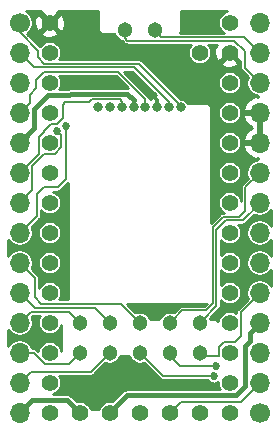
<source format=gtl>
G04 #@! TF.GenerationSoftware,KiCad,Pcbnew,(5.1.10)-1*
G04 #@! TF.CreationDate,2022-03-14T22:22:12+09:00*
G04 #@! TF.ProjectId,teensy4_header_breakout,7465656e-7379-4345-9f68-65616465725f,rev?*
G04 #@! TF.SameCoordinates,Original*
G04 #@! TF.FileFunction,Copper,L1,Top*
G04 #@! TF.FilePolarity,Positive*
%FSLAX46Y46*%
G04 Gerber Fmt 4.6, Leading zero omitted, Abs format (unit mm)*
G04 Created by KiCad (PCBNEW (5.1.10)-1) date 2022-03-14 22:22:12*
%MOMM*%
%LPD*%
G01*
G04 APERTURE LIST*
G04 #@! TA.AperFunction,ComponentPad*
%ADD10C,1.404000*%
G04 #@! TD*
G04 #@! TA.AperFunction,ComponentPad*
%ADD11C,1.304000*%
G04 #@! TD*
G04 #@! TA.AperFunction,ComponentPad*
%ADD12C,0.804000*%
G04 #@! TD*
G04 #@! TA.AperFunction,ComponentPad*
%ADD13O,1.700000X1.700000*%
G04 #@! TD*
G04 #@! TA.AperFunction,ComponentPad*
%ADD14C,1.700000*%
G04 #@! TD*
G04 #@! TA.AperFunction,ViaPad*
%ADD15C,0.685800*%
G04 #@! TD*
G04 #@! TA.AperFunction,Conductor*
%ADD16C,0.152400*%
G04 #@! TD*
G04 #@! TA.AperFunction,Conductor*
%ADD17C,0.457200*%
G04 #@! TD*
G04 #@! TA.AperFunction,Conductor*
%ADD18C,0.304800*%
G04 #@! TD*
G04 #@! TA.AperFunction,Conductor*
%ADD19C,0.254000*%
G04 #@! TD*
G04 #@! TA.AperFunction,Conductor*
%ADD20C,0.100000*%
G04 #@! TD*
G04 APERTURE END LIST*
D10*
X152400000Y-111760000D03*
X167640000Y-81280000D03*
X165100000Y-83820000D03*
X167640000Y-83820000D03*
X167640000Y-86360000D03*
X167640000Y-88900000D03*
X167640000Y-91440000D03*
X167640000Y-93980000D03*
X167640000Y-96520000D03*
X167640000Y-99060000D03*
X167640000Y-101600000D03*
X167640000Y-104140000D03*
X167640000Y-106680000D03*
X167640000Y-109220000D03*
X167640000Y-111760000D03*
X167640000Y-114300000D03*
X165100000Y-114300000D03*
X162560000Y-114300000D03*
X160020000Y-114300000D03*
X157480000Y-114300000D03*
X154940000Y-114300000D03*
X152400000Y-114300000D03*
X152400000Y-109220000D03*
X152400000Y-106680000D03*
X152400000Y-104140000D03*
X152400000Y-101600000D03*
X152400000Y-99060000D03*
X152400000Y-96520000D03*
X152400000Y-93980000D03*
X152400000Y-91440000D03*
X152400000Y-88900000D03*
X152400000Y-86360000D03*
D11*
X158750000Y-81915000D03*
X161290000Y-81915000D03*
D12*
X156520000Y-88418400D03*
X157520000Y-88418400D03*
X158520000Y-88418400D03*
X159520000Y-88418400D03*
X160520000Y-88418400D03*
X161520000Y-88418400D03*
X162520000Y-88418400D03*
X163520000Y-88418400D03*
D11*
X154940000Y-106680000D03*
X154940000Y-109220000D03*
X157480000Y-106680000D03*
X157480000Y-109220000D03*
X160020000Y-106680000D03*
X160020000Y-109220000D03*
X162560000Y-106680000D03*
X162560000Y-109220000D03*
X165100000Y-106680000D03*
X165100000Y-109220000D03*
D10*
X152400000Y-83820000D03*
X152400000Y-81280000D03*
D13*
X170180000Y-81280000D03*
X170180000Y-83820000D03*
X170180000Y-86360000D03*
X170180000Y-88900000D03*
X170180000Y-91440000D03*
X170180000Y-93980000D03*
X170180000Y-96520000D03*
X170180000Y-99060000D03*
X170180000Y-101600000D03*
X170180000Y-104140000D03*
X170180000Y-106680000D03*
X170180000Y-109220000D03*
X170180000Y-111760000D03*
D14*
X170180000Y-114300000D03*
D13*
X149860000Y-114300000D03*
X149860000Y-111760000D03*
X149860000Y-109220000D03*
X149860000Y-106680000D03*
X149860000Y-104140000D03*
X149860000Y-101600000D03*
X149860000Y-99060000D03*
X149860000Y-96520000D03*
X149860000Y-93980000D03*
X149860000Y-91440000D03*
X149860000Y-88900000D03*
X149860000Y-86360000D03*
X149860000Y-83820000D03*
D14*
X149860000Y-81280000D03*
D15*
X153047383Y-90432813D03*
X153784690Y-90025336D03*
X166316146Y-111220054D03*
X166522400Y-110388400D03*
X153416000Y-102870000D03*
X153416000Y-97917000D03*
X154559000Y-112141000D03*
X162560000Y-112014000D03*
X165100000Y-112014000D03*
X153035000Y-107823000D03*
X150876000Y-107823000D03*
X154051000Y-86233000D03*
X155956000Y-86233000D03*
X157734000Y-86233000D03*
X159385000Y-85725000D03*
X160528000Y-86868000D03*
X164211000Y-81026000D03*
X157480000Y-112141000D03*
X166497000Y-90170000D03*
X166497000Y-92710000D03*
X166497000Y-95250000D03*
X153543000Y-100330000D03*
X154940000Y-81534000D03*
X155067000Y-83439000D03*
X157226000Y-83312000D03*
X159893000Y-83693000D03*
X162560000Y-83820000D03*
X165735000Y-86360000D03*
X163449000Y-85725000D03*
X165862000Y-81153000D03*
X161290000Y-105664000D03*
X160020000Y-112014000D03*
X158750000Y-110617000D03*
X167208200Y-102870000D03*
X167233600Y-100380800D03*
X167208200Y-105435400D03*
D16*
X154009399Y-113369399D02*
X154686390Y-114046390D01*
X150790601Y-113369399D02*
X154009399Y-113369399D01*
X149860000Y-114300000D02*
X150790601Y-113369399D01*
D17*
X153856999Y-113216999D02*
X154533990Y-113893990D01*
X150943001Y-113216999D02*
X153856999Y-113216999D01*
X149860000Y-114300000D02*
X150943001Y-113216999D01*
D16*
X154009399Y-110150601D02*
X154686390Y-109473610D01*
X151992682Y-110150601D02*
X154009399Y-110150601D01*
X151062081Y-109220000D02*
X151992682Y-110150601D01*
X149860000Y-109220000D02*
X151062081Y-109220000D01*
X150790601Y-110829399D02*
X155870601Y-110829399D01*
X155870601Y-110829399D02*
X157226390Y-109473610D01*
X149860000Y-111760000D02*
X150790601Y-110829399D01*
X154009399Y-105749399D02*
X154686390Y-106426390D01*
X150790601Y-105749399D02*
X154009399Y-105749399D01*
X149860000Y-106680000D02*
X150790601Y-105749399D01*
X151164588Y-105444588D02*
X156244588Y-105444588D01*
X149860000Y-104140000D02*
X151164588Y-105444588D01*
X156244588Y-105444588D02*
X157226390Y-106426390D01*
X158410601Y-105070601D02*
X159766390Y-106426390D01*
X151155400Y-104546400D02*
X151679601Y-105070601D01*
X151679601Y-105070601D02*
X158410601Y-105070601D01*
X151155400Y-102895400D02*
X151155400Y-104546400D01*
X149860000Y-101600000D02*
X151155400Y-102895400D01*
X163398590Y-88138390D02*
X163520000Y-88138390D01*
X151422100Y-83654900D02*
X151422100Y-84219390D01*
X160010801Y-84750601D02*
X163398590Y-88138390D01*
X151953311Y-84750601D02*
X160010801Y-84750601D01*
X151422100Y-84219390D02*
X151953311Y-84750601D01*
X149860000Y-82092800D02*
X151422100Y-83654900D01*
X149860000Y-81280000D02*
X149860000Y-82092800D01*
X159562800Y-85064600D02*
X162520000Y-88021800D01*
X162520000Y-88021800D02*
X162520000Y-88138390D01*
X151104600Y-85064600D02*
X159562800Y-85064600D01*
X149860000Y-83820000D02*
X151104600Y-85064600D01*
X158174999Y-85429399D02*
X160520000Y-87774400D01*
X150709999Y-87378010D02*
X151282400Y-86805609D01*
X151282400Y-86100310D02*
X151953311Y-85429399D01*
X160520000Y-87774400D02*
X160520000Y-88138390D01*
X151953311Y-85429399D02*
X158174999Y-85429399D01*
X151282400Y-86805609D02*
X151282400Y-86100310D01*
X150709999Y-88050001D02*
X150709999Y-87378010D01*
X149860000Y-88900000D02*
X150709999Y-88050001D01*
D17*
X158998611Y-87330589D02*
X159520000Y-87851978D01*
X154198011Y-87330589D02*
X158998611Y-87330589D01*
X149860000Y-91440000D02*
X151091001Y-90208999D01*
X151091001Y-88606157D02*
X152254157Y-87443001D01*
X154085599Y-87443001D02*
X154198011Y-87330589D01*
X152254157Y-87443001D02*
X154085599Y-87443001D01*
X151091001Y-90208999D02*
X151091001Y-88606157D01*
D18*
X159520000Y-87851978D02*
X159520000Y-88087590D01*
D16*
X153785417Y-87960209D02*
X153810817Y-87985609D01*
X158349000Y-87787800D02*
X158520000Y-87958800D01*
X155764383Y-87985609D02*
X155962192Y-87787800D01*
X153810817Y-87985609D02*
X155764383Y-87985609D01*
X155962192Y-87787800D02*
X158349000Y-87787800D01*
X158520000Y-87958800D02*
X158520000Y-88138390D01*
X151469399Y-90993311D02*
X151953311Y-90509399D01*
X153517600Y-88214200D02*
X153746191Y-87985609D01*
X153013488Y-89861312D02*
X153517600Y-89357200D01*
X152773062Y-89861312D02*
X153013488Y-89861312D01*
X152552400Y-89865200D02*
X152769174Y-89865200D01*
X153517600Y-89357200D02*
X153517600Y-88214200D01*
X152769174Y-89865200D02*
X152773062Y-89861312D01*
X151953311Y-90509399D02*
X151953311Y-90464289D01*
X151469399Y-92370601D02*
X151469399Y-90993311D01*
X151953311Y-90464289D02*
X152552400Y-89865200D01*
X153746191Y-87985609D02*
X153810817Y-87985609D01*
X149860000Y-93980000D02*
X151469399Y-92370601D01*
X151953311Y-92370601D02*
X152846689Y-92370601D01*
X152846689Y-92370601D02*
X153390282Y-91827008D01*
X150938601Y-93385311D02*
X151953311Y-92370601D01*
X150938601Y-95441399D02*
X150938601Y-93385311D01*
X153390282Y-91827008D02*
X153390282Y-90775712D01*
X149860000Y-96520000D02*
X150938601Y-95441399D01*
X153390282Y-90775712D02*
X153047383Y-90432813D01*
X153784690Y-90510269D02*
X153784690Y-90025336D01*
X153784690Y-94551110D02*
X153784690Y-90510269D01*
X151892000Y-95224600D02*
X153111200Y-95224600D01*
X149860000Y-99060000D02*
X151307800Y-97612200D01*
X151307800Y-97612200D02*
X151307800Y-95808800D01*
X151307800Y-95808800D02*
X151892000Y-95224600D01*
X153111200Y-95224600D02*
X153784690Y-94551110D01*
X170180000Y-83820000D02*
X168850790Y-82490790D01*
X168850790Y-82490790D02*
X161865790Y-82490790D01*
X161865790Y-82490790D02*
X161543610Y-82168610D01*
X158750000Y-82550000D02*
X158750000Y-82168610D01*
X168910000Y-83712710D02*
X167992891Y-82795601D01*
X167992891Y-82795601D02*
X158995601Y-82795601D01*
X170180000Y-86360000D02*
X168910000Y-85090000D01*
X168910000Y-85090000D02*
X168910000Y-83712710D01*
X158995601Y-82795601D02*
X158750000Y-82550000D01*
X166522400Y-98800310D02*
X166522400Y-105257600D01*
X167304110Y-98018600D02*
X166522400Y-98800310D01*
X166522400Y-105257600D02*
X165353610Y-106426390D01*
X168757600Y-98018600D02*
X167304110Y-98018600D01*
X170180000Y-96596200D02*
X168757600Y-98018600D01*
X170180000Y-96520000D02*
X170180000Y-96596200D01*
X166217600Y-105054400D02*
X165633400Y-105638600D01*
X163601400Y-105638600D02*
X162813610Y-106426390D01*
X166217600Y-98552000D02*
X166217600Y-105054400D01*
X167055800Y-97713800D02*
X166217600Y-98552000D01*
X168960800Y-97231200D02*
X168478200Y-97713800D01*
X165633400Y-105638600D02*
X163601400Y-105638600D01*
X168960800Y-95199200D02*
X168960800Y-97231200D01*
X168478200Y-97713800D02*
X167055800Y-97713800D01*
X170180000Y-93980000D02*
X168960800Y-95199200D01*
X165831213Y-111220054D02*
X166316146Y-111220054D01*
X162020054Y-111220054D02*
X165831213Y-111220054D01*
X160273610Y-109473610D02*
X162020054Y-111220054D01*
X166037467Y-110388400D02*
X166522400Y-110388400D01*
X163474790Y-110388400D02*
X166037467Y-110388400D01*
X162560000Y-109473610D02*
X163474790Y-110388400D01*
X168570601Y-107805487D02*
X168086689Y-108289399D01*
X170180000Y-104140000D02*
X168570601Y-105749399D01*
X168570601Y-105749399D02*
X168570601Y-107805487D01*
X167193311Y-108289399D02*
X166709399Y-108773311D01*
X166707592Y-109473610D02*
X165353610Y-109473610D01*
X168086689Y-108289399D02*
X167193311Y-108289399D01*
X166709399Y-109471803D02*
X166707592Y-109473610D01*
X166709399Y-108773311D02*
X166709399Y-109471803D01*
X163490601Y-113369399D02*
X162813610Y-114046390D01*
X168570601Y-113369399D02*
X163490601Y-113369399D01*
X170180000Y-111760000D02*
X168570601Y-113369399D01*
D17*
X168159841Y-112843001D02*
X158936999Y-112843001D01*
X168948999Y-112053843D02*
X168159841Y-112843001D01*
X168948999Y-108629119D02*
X168948999Y-112053843D01*
X170180000Y-106680000D02*
X169330001Y-107529999D01*
X169330001Y-108248117D02*
X168948999Y-108629119D01*
X169330001Y-107529999D02*
X169330001Y-108248117D01*
X158936999Y-112843001D02*
X157886010Y-113893990D01*
D18*
X149860000Y-86360000D02*
X149910800Y-86360000D01*
X160528000Y-86868000D02*
X161518600Y-87858600D01*
X161518600Y-87858600D02*
X161518600Y-88087590D01*
D19*
X159194604Y-109661184D02*
X159296534Y-109813733D01*
X159426267Y-109943466D01*
X159578816Y-110045396D01*
X159748321Y-110115607D01*
X159928265Y-110151400D01*
X160111735Y-110151400D01*
X160291679Y-110115607D01*
X160377264Y-110080157D01*
X161756260Y-111459154D01*
X161767391Y-111472717D01*
X161821538Y-111517155D01*
X161883314Y-111550175D01*
X161950344Y-111570508D01*
X162002591Y-111575654D01*
X162002599Y-111575654D01*
X162020054Y-111577373D01*
X162037509Y-111575654D01*
X165805316Y-111575654D01*
X165832774Y-111616747D01*
X165919453Y-111703426D01*
X166021376Y-111771529D01*
X166134628Y-111818439D01*
X166254855Y-111842354D01*
X166377437Y-111842354D01*
X166497664Y-111818439D01*
X166610916Y-111771529D01*
X166658600Y-111739667D01*
X166658600Y-111856660D01*
X166696314Y-112046264D01*
X166770294Y-112224867D01*
X166843884Y-112335001D01*
X158961943Y-112335001D01*
X158936999Y-112332544D01*
X158912055Y-112335001D01*
X158912052Y-112335001D01*
X158837414Y-112342352D01*
X158741656Y-112371400D01*
X158715079Y-112385606D01*
X158653403Y-112418572D01*
X158625287Y-112441647D01*
X158576051Y-112482053D01*
X158560144Y-112501436D01*
X157715386Y-113346194D01*
X157576660Y-113318600D01*
X157383340Y-113318600D01*
X157193736Y-113356314D01*
X157015133Y-113430294D01*
X156854394Y-113537697D01*
X156717697Y-113674394D01*
X156610294Y-113835133D01*
X156543826Y-113995600D01*
X155876174Y-113995600D01*
X155809706Y-113835133D01*
X155702303Y-113674394D01*
X155565606Y-113537697D01*
X155404867Y-113430294D01*
X155226264Y-113356314D01*
X155036660Y-113318600D01*
X154843340Y-113318600D01*
X154704614Y-113346194D01*
X154233854Y-112875434D01*
X154217947Y-112856051D01*
X154140594Y-112792570D01*
X154052342Y-112745398D01*
X153956584Y-112716350D01*
X153881946Y-112708999D01*
X153881943Y-112708999D01*
X153856999Y-112706542D01*
X153832055Y-112708999D01*
X152659553Y-112708999D01*
X152686264Y-112703686D01*
X152864867Y-112629706D01*
X153025606Y-112522303D01*
X153162303Y-112385606D01*
X153269706Y-112224867D01*
X153343686Y-112046264D01*
X153381400Y-111856660D01*
X153381400Y-111663340D01*
X153343686Y-111473736D01*
X153269706Y-111295133D01*
X153196116Y-111184999D01*
X155853146Y-111184999D01*
X155870601Y-111186718D01*
X155888056Y-111184999D01*
X155888064Y-111184999D01*
X155940311Y-111179853D01*
X156007341Y-111159520D01*
X156069117Y-111126500D01*
X156123264Y-111082062D01*
X156134400Y-111068493D01*
X157122737Y-110080157D01*
X157208321Y-110115607D01*
X157388265Y-110151400D01*
X157571735Y-110151400D01*
X157751679Y-110115607D01*
X157921184Y-110045396D01*
X158073733Y-109943466D01*
X158203466Y-109813733D01*
X158305396Y-109661184D01*
X158362054Y-109524400D01*
X159137946Y-109524400D01*
X159194604Y-109661184D01*
G04 #@! TA.AperFunction,Conductor*
D20*
G36*
X159194604Y-109661184D02*
G01*
X159296534Y-109813733D01*
X159426267Y-109943466D01*
X159578816Y-110045396D01*
X159748321Y-110115607D01*
X159928265Y-110151400D01*
X160111735Y-110151400D01*
X160291679Y-110115607D01*
X160377264Y-110080157D01*
X161756260Y-111459154D01*
X161767391Y-111472717D01*
X161821538Y-111517155D01*
X161883314Y-111550175D01*
X161950344Y-111570508D01*
X162002591Y-111575654D01*
X162002599Y-111575654D01*
X162020054Y-111577373D01*
X162037509Y-111575654D01*
X165805316Y-111575654D01*
X165832774Y-111616747D01*
X165919453Y-111703426D01*
X166021376Y-111771529D01*
X166134628Y-111818439D01*
X166254855Y-111842354D01*
X166377437Y-111842354D01*
X166497664Y-111818439D01*
X166610916Y-111771529D01*
X166658600Y-111739667D01*
X166658600Y-111856660D01*
X166696314Y-112046264D01*
X166770294Y-112224867D01*
X166843884Y-112335001D01*
X158961943Y-112335001D01*
X158936999Y-112332544D01*
X158912055Y-112335001D01*
X158912052Y-112335001D01*
X158837414Y-112342352D01*
X158741656Y-112371400D01*
X158715079Y-112385606D01*
X158653403Y-112418572D01*
X158625287Y-112441647D01*
X158576051Y-112482053D01*
X158560144Y-112501436D01*
X157715386Y-113346194D01*
X157576660Y-113318600D01*
X157383340Y-113318600D01*
X157193736Y-113356314D01*
X157015133Y-113430294D01*
X156854394Y-113537697D01*
X156717697Y-113674394D01*
X156610294Y-113835133D01*
X156543826Y-113995600D01*
X155876174Y-113995600D01*
X155809706Y-113835133D01*
X155702303Y-113674394D01*
X155565606Y-113537697D01*
X155404867Y-113430294D01*
X155226264Y-113356314D01*
X155036660Y-113318600D01*
X154843340Y-113318600D01*
X154704614Y-113346194D01*
X154233854Y-112875434D01*
X154217947Y-112856051D01*
X154140594Y-112792570D01*
X154052342Y-112745398D01*
X153956584Y-112716350D01*
X153881946Y-112708999D01*
X153881943Y-112708999D01*
X153856999Y-112706542D01*
X153832055Y-112708999D01*
X152659553Y-112708999D01*
X152686264Y-112703686D01*
X152864867Y-112629706D01*
X153025606Y-112522303D01*
X153162303Y-112385606D01*
X153269706Y-112224867D01*
X153343686Y-112046264D01*
X153381400Y-111856660D01*
X153381400Y-111663340D01*
X153343686Y-111473736D01*
X153269706Y-111295133D01*
X153196116Y-111184999D01*
X155853146Y-111184999D01*
X155870601Y-111186718D01*
X155888056Y-111184999D01*
X155888064Y-111184999D01*
X155940311Y-111179853D01*
X156007341Y-111159520D01*
X156069117Y-111126500D01*
X156123264Y-111082062D01*
X156134400Y-111068493D01*
X157122737Y-110080157D01*
X157208321Y-110115607D01*
X157388265Y-110151400D01*
X157571735Y-110151400D01*
X157751679Y-110115607D01*
X157921184Y-110045396D01*
X158073733Y-109943466D01*
X158203466Y-109813733D01*
X158305396Y-109661184D01*
X158362054Y-109524400D01*
X159137946Y-109524400D01*
X159194604Y-109661184D01*
G37*
G04 #@! TD.AperFunction*
D19*
X170281600Y-109118400D02*
X170301600Y-109118400D01*
X170301600Y-109321600D01*
X170281600Y-109321600D01*
X170281600Y-109341600D01*
X170078400Y-109341600D01*
X170078400Y-109321600D01*
X170058400Y-109321600D01*
X170058400Y-109118400D01*
X170078400Y-109118400D01*
X170078400Y-109098400D01*
X170281600Y-109098400D01*
X170281600Y-109118400D01*
G04 #@! TA.AperFunction,Conductor*
D20*
G36*
X170281600Y-109118400D02*
G01*
X170301600Y-109118400D01*
X170301600Y-109321600D01*
X170281600Y-109321600D01*
X170281600Y-109341600D01*
X170078400Y-109341600D01*
X170078400Y-109321600D01*
X170058400Y-109321600D01*
X170058400Y-109118400D01*
X170078400Y-109118400D01*
X170078400Y-109098400D01*
X170281600Y-109098400D01*
X170281600Y-109118400D01*
G37*
G04 #@! TD.AperFunction*
D19*
X151530294Y-106215133D02*
X151456314Y-106393736D01*
X151418600Y-106583340D01*
X151418600Y-106776660D01*
X151456314Y-106966264D01*
X151530294Y-107144867D01*
X151637697Y-107305606D01*
X151774394Y-107442303D01*
X151935133Y-107549706D01*
X152113736Y-107623686D01*
X152303340Y-107661400D01*
X152496660Y-107661400D01*
X152686264Y-107623686D01*
X152864867Y-107549706D01*
X153025606Y-107442303D01*
X153162303Y-107305606D01*
X153269706Y-107144867D01*
X153343686Y-106966264D01*
X153365600Y-106856093D01*
X153365601Y-109043911D01*
X153343686Y-108933736D01*
X153269706Y-108755133D01*
X153162303Y-108594394D01*
X153025606Y-108457697D01*
X152864867Y-108350294D01*
X152686264Y-108276314D01*
X152496660Y-108238600D01*
X152303340Y-108238600D01*
X152113736Y-108276314D01*
X151935133Y-108350294D01*
X151774394Y-108457697D01*
X151637697Y-108594394D01*
X151530294Y-108755133D01*
X151456314Y-108933736D01*
X151426848Y-109081874D01*
X151325880Y-108980906D01*
X151314744Y-108967337D01*
X151260597Y-108922899D01*
X151198821Y-108889879D01*
X151131791Y-108869546D01*
X151079544Y-108864400D01*
X151079536Y-108864400D01*
X151062081Y-108862681D01*
X151044626Y-108864400D01*
X150935160Y-108864400D01*
X150860862Y-108685028D01*
X150737263Y-108500049D01*
X150579951Y-108342737D01*
X150394972Y-108219138D01*
X150189434Y-108134002D01*
X149971236Y-108090600D01*
X149748764Y-108090600D01*
X149530566Y-108134002D01*
X149325028Y-108219138D01*
X149140049Y-108342737D01*
X148982737Y-108500049D01*
X148894400Y-108632255D01*
X148894400Y-107267745D01*
X148982737Y-107399951D01*
X149140049Y-107557263D01*
X149325028Y-107680862D01*
X149530566Y-107765998D01*
X149748764Y-107809400D01*
X149971236Y-107809400D01*
X150189434Y-107765998D01*
X150394972Y-107680862D01*
X150579951Y-107557263D01*
X150737263Y-107399951D01*
X150860862Y-107214972D01*
X150945998Y-107009434D01*
X150989400Y-106791236D01*
X150989400Y-106568764D01*
X150945998Y-106350566D01*
X150871700Y-106171194D01*
X150937895Y-106104999D01*
X151603884Y-106104999D01*
X151530294Y-106215133D01*
G04 #@! TA.AperFunction,Conductor*
D20*
G36*
X151530294Y-106215133D02*
G01*
X151456314Y-106393736D01*
X151418600Y-106583340D01*
X151418600Y-106776660D01*
X151456314Y-106966264D01*
X151530294Y-107144867D01*
X151637697Y-107305606D01*
X151774394Y-107442303D01*
X151935133Y-107549706D01*
X152113736Y-107623686D01*
X152303340Y-107661400D01*
X152496660Y-107661400D01*
X152686264Y-107623686D01*
X152864867Y-107549706D01*
X153025606Y-107442303D01*
X153162303Y-107305606D01*
X153269706Y-107144867D01*
X153343686Y-106966264D01*
X153365600Y-106856093D01*
X153365601Y-109043911D01*
X153343686Y-108933736D01*
X153269706Y-108755133D01*
X153162303Y-108594394D01*
X153025606Y-108457697D01*
X152864867Y-108350294D01*
X152686264Y-108276314D01*
X152496660Y-108238600D01*
X152303340Y-108238600D01*
X152113736Y-108276314D01*
X151935133Y-108350294D01*
X151774394Y-108457697D01*
X151637697Y-108594394D01*
X151530294Y-108755133D01*
X151456314Y-108933736D01*
X151426848Y-109081874D01*
X151325880Y-108980906D01*
X151314744Y-108967337D01*
X151260597Y-108922899D01*
X151198821Y-108889879D01*
X151131791Y-108869546D01*
X151079544Y-108864400D01*
X151079536Y-108864400D01*
X151062081Y-108862681D01*
X151044626Y-108864400D01*
X150935160Y-108864400D01*
X150860862Y-108685028D01*
X150737263Y-108500049D01*
X150579951Y-108342737D01*
X150394972Y-108219138D01*
X150189434Y-108134002D01*
X149971236Y-108090600D01*
X149748764Y-108090600D01*
X149530566Y-108134002D01*
X149325028Y-108219138D01*
X149140049Y-108342737D01*
X148982737Y-108500049D01*
X148894400Y-108632255D01*
X148894400Y-107267745D01*
X148982737Y-107399951D01*
X149140049Y-107557263D01*
X149325028Y-107680862D01*
X149530566Y-107765998D01*
X149748764Y-107809400D01*
X149971236Y-107809400D01*
X150189434Y-107765998D01*
X150394972Y-107680862D01*
X150579951Y-107557263D01*
X150737263Y-107399951D01*
X150860862Y-107214972D01*
X150945998Y-107009434D01*
X150989400Y-106791236D01*
X150989400Y-106568764D01*
X150945998Y-106350566D01*
X150871700Y-106171194D01*
X150937895Y-106104999D01*
X151603884Y-106104999D01*
X151530294Y-106215133D01*
G37*
G04 #@! TD.AperFunction*
D19*
X171145601Y-98472255D02*
X171057263Y-98340049D01*
X170899951Y-98182737D01*
X170714972Y-98059138D01*
X170509434Y-97974002D01*
X170291236Y-97930600D01*
X170068764Y-97930600D01*
X169850566Y-97974002D01*
X169645028Y-98059138D01*
X169460049Y-98182737D01*
X169302737Y-98340049D01*
X169179138Y-98525028D01*
X169094002Y-98730566D01*
X169050600Y-98948764D01*
X169050600Y-99171236D01*
X169094002Y-99389434D01*
X169179138Y-99594972D01*
X169302737Y-99779951D01*
X169460049Y-99937263D01*
X169645028Y-100060862D01*
X169850566Y-100145998D01*
X170068764Y-100189400D01*
X170291236Y-100189400D01*
X170509434Y-100145998D01*
X170714972Y-100060862D01*
X170899951Y-99937263D01*
X171057263Y-99779951D01*
X171145601Y-99647744D01*
X171145601Y-101012256D01*
X171057263Y-100880049D01*
X170899951Y-100722737D01*
X170714972Y-100599138D01*
X170509434Y-100514002D01*
X170291236Y-100470600D01*
X170068764Y-100470600D01*
X169850566Y-100514002D01*
X169645028Y-100599138D01*
X169460049Y-100722737D01*
X169302737Y-100880049D01*
X169179138Y-101065028D01*
X169094002Y-101270566D01*
X169050600Y-101488764D01*
X169050600Y-101711236D01*
X169094002Y-101929434D01*
X169179138Y-102134972D01*
X169302737Y-102319951D01*
X169460049Y-102477263D01*
X169645028Y-102600862D01*
X169850566Y-102685998D01*
X170068764Y-102729400D01*
X170291236Y-102729400D01*
X170509434Y-102685998D01*
X170714972Y-102600862D01*
X170899951Y-102477263D01*
X171057263Y-102319951D01*
X171145601Y-102187744D01*
X171145601Y-103552256D01*
X171057263Y-103420049D01*
X170899951Y-103262737D01*
X170714972Y-103139138D01*
X170509434Y-103054002D01*
X170291236Y-103010600D01*
X170068764Y-103010600D01*
X169850566Y-103054002D01*
X169645028Y-103139138D01*
X169460049Y-103262737D01*
X169302737Y-103420049D01*
X169179138Y-103605028D01*
X169094002Y-103810566D01*
X169050600Y-104028764D01*
X169050600Y-104251236D01*
X169094002Y-104469434D01*
X169168300Y-104648806D01*
X168331503Y-105485604D01*
X168317938Y-105496737D01*
X168273500Y-105550884D01*
X168240480Y-105612660D01*
X168220147Y-105679690D01*
X168215001Y-105731937D01*
X168215001Y-105731944D01*
X168213282Y-105749399D01*
X168215001Y-105766855D01*
X168215001Y-105883884D01*
X168104867Y-105810294D01*
X167926264Y-105736314D01*
X167736660Y-105698600D01*
X167543340Y-105698600D01*
X167353736Y-105736314D01*
X167175133Y-105810294D01*
X167014394Y-105917697D01*
X166877697Y-106054394D01*
X166770294Y-106215133D01*
X166696314Y-106393736D01*
X166658669Y-106582992D01*
X166652589Y-106562948D01*
X166624323Y-106510067D01*
X166586284Y-106463716D01*
X166539933Y-106425677D01*
X166487052Y-106397411D01*
X166429673Y-106380005D01*
X166384946Y-106375600D01*
X166370000Y-106374128D01*
X166355054Y-106375600D01*
X165982054Y-106375600D01*
X165960157Y-106322736D01*
X166761500Y-105521394D01*
X166775063Y-105510263D01*
X166795301Y-105485604D01*
X166819501Y-105456116D01*
X166835491Y-105426201D01*
X166852521Y-105394340D01*
X166872854Y-105327310D01*
X166878000Y-105275063D01*
X166878000Y-105275055D01*
X166879719Y-105257600D01*
X166878000Y-105240145D01*
X166878000Y-104765909D01*
X167014394Y-104902303D01*
X167175133Y-105009706D01*
X167353736Y-105083686D01*
X167543340Y-105121400D01*
X167736660Y-105121400D01*
X167926264Y-105083686D01*
X168104867Y-105009706D01*
X168265606Y-104902303D01*
X168402303Y-104765606D01*
X168509706Y-104604867D01*
X168583686Y-104426264D01*
X168621400Y-104236660D01*
X168621400Y-104043340D01*
X168583686Y-103853736D01*
X168509706Y-103675133D01*
X168402303Y-103514394D01*
X168265606Y-103377697D01*
X168104867Y-103270294D01*
X167926264Y-103196314D01*
X167736660Y-103158600D01*
X167543340Y-103158600D01*
X167353736Y-103196314D01*
X167175133Y-103270294D01*
X167014394Y-103377697D01*
X166878000Y-103514091D01*
X166878000Y-102225909D01*
X167014394Y-102362303D01*
X167175133Y-102469706D01*
X167353736Y-102543686D01*
X167543340Y-102581400D01*
X167736660Y-102581400D01*
X167926264Y-102543686D01*
X168104867Y-102469706D01*
X168265606Y-102362303D01*
X168402303Y-102225606D01*
X168509706Y-102064867D01*
X168583686Y-101886264D01*
X168621400Y-101696660D01*
X168621400Y-101503340D01*
X168583686Y-101313736D01*
X168509706Y-101135133D01*
X168402303Y-100974394D01*
X168265606Y-100837697D01*
X168104867Y-100730294D01*
X167926264Y-100656314D01*
X167736660Y-100618600D01*
X167543340Y-100618600D01*
X167353736Y-100656314D01*
X167175133Y-100730294D01*
X167014394Y-100837697D01*
X166878000Y-100974091D01*
X166878000Y-99685909D01*
X167014394Y-99822303D01*
X167175133Y-99929706D01*
X167353736Y-100003686D01*
X167543340Y-100041400D01*
X167736660Y-100041400D01*
X167926264Y-100003686D01*
X168104867Y-99929706D01*
X168265606Y-99822303D01*
X168402303Y-99685606D01*
X168509706Y-99524867D01*
X168583686Y-99346264D01*
X168621400Y-99156660D01*
X168621400Y-98963340D01*
X168583686Y-98773736D01*
X168509706Y-98595133D01*
X168402303Y-98434394D01*
X168342109Y-98374200D01*
X168740145Y-98374200D01*
X168757600Y-98375919D01*
X168775055Y-98374200D01*
X168775063Y-98374200D01*
X168827310Y-98369054D01*
X168894340Y-98348721D01*
X168956116Y-98315701D01*
X169010263Y-98271263D01*
X169021399Y-98257694D01*
X169725075Y-97554019D01*
X169850566Y-97605998D01*
X170068764Y-97649400D01*
X170291236Y-97649400D01*
X170509434Y-97605998D01*
X170714972Y-97520862D01*
X170899951Y-97397263D01*
X171057263Y-97239951D01*
X171145600Y-97107745D01*
X171145601Y-98472255D01*
G04 #@! TA.AperFunction,Conductor*
D20*
G36*
X171145601Y-98472255D02*
G01*
X171057263Y-98340049D01*
X170899951Y-98182737D01*
X170714972Y-98059138D01*
X170509434Y-97974002D01*
X170291236Y-97930600D01*
X170068764Y-97930600D01*
X169850566Y-97974002D01*
X169645028Y-98059138D01*
X169460049Y-98182737D01*
X169302737Y-98340049D01*
X169179138Y-98525028D01*
X169094002Y-98730566D01*
X169050600Y-98948764D01*
X169050600Y-99171236D01*
X169094002Y-99389434D01*
X169179138Y-99594972D01*
X169302737Y-99779951D01*
X169460049Y-99937263D01*
X169645028Y-100060862D01*
X169850566Y-100145998D01*
X170068764Y-100189400D01*
X170291236Y-100189400D01*
X170509434Y-100145998D01*
X170714972Y-100060862D01*
X170899951Y-99937263D01*
X171057263Y-99779951D01*
X171145601Y-99647744D01*
X171145601Y-101012256D01*
X171057263Y-100880049D01*
X170899951Y-100722737D01*
X170714972Y-100599138D01*
X170509434Y-100514002D01*
X170291236Y-100470600D01*
X170068764Y-100470600D01*
X169850566Y-100514002D01*
X169645028Y-100599138D01*
X169460049Y-100722737D01*
X169302737Y-100880049D01*
X169179138Y-101065028D01*
X169094002Y-101270566D01*
X169050600Y-101488764D01*
X169050600Y-101711236D01*
X169094002Y-101929434D01*
X169179138Y-102134972D01*
X169302737Y-102319951D01*
X169460049Y-102477263D01*
X169645028Y-102600862D01*
X169850566Y-102685998D01*
X170068764Y-102729400D01*
X170291236Y-102729400D01*
X170509434Y-102685998D01*
X170714972Y-102600862D01*
X170899951Y-102477263D01*
X171057263Y-102319951D01*
X171145601Y-102187744D01*
X171145601Y-103552256D01*
X171057263Y-103420049D01*
X170899951Y-103262737D01*
X170714972Y-103139138D01*
X170509434Y-103054002D01*
X170291236Y-103010600D01*
X170068764Y-103010600D01*
X169850566Y-103054002D01*
X169645028Y-103139138D01*
X169460049Y-103262737D01*
X169302737Y-103420049D01*
X169179138Y-103605028D01*
X169094002Y-103810566D01*
X169050600Y-104028764D01*
X169050600Y-104251236D01*
X169094002Y-104469434D01*
X169168300Y-104648806D01*
X168331503Y-105485604D01*
X168317938Y-105496737D01*
X168273500Y-105550884D01*
X168240480Y-105612660D01*
X168220147Y-105679690D01*
X168215001Y-105731937D01*
X168215001Y-105731944D01*
X168213282Y-105749399D01*
X168215001Y-105766855D01*
X168215001Y-105883884D01*
X168104867Y-105810294D01*
X167926264Y-105736314D01*
X167736660Y-105698600D01*
X167543340Y-105698600D01*
X167353736Y-105736314D01*
X167175133Y-105810294D01*
X167014394Y-105917697D01*
X166877697Y-106054394D01*
X166770294Y-106215133D01*
X166696314Y-106393736D01*
X166658669Y-106582992D01*
X166652589Y-106562948D01*
X166624323Y-106510067D01*
X166586284Y-106463716D01*
X166539933Y-106425677D01*
X166487052Y-106397411D01*
X166429673Y-106380005D01*
X166384946Y-106375600D01*
X166370000Y-106374128D01*
X166355054Y-106375600D01*
X165982054Y-106375600D01*
X165960157Y-106322736D01*
X166761500Y-105521394D01*
X166775063Y-105510263D01*
X166795301Y-105485604D01*
X166819501Y-105456116D01*
X166835491Y-105426201D01*
X166852521Y-105394340D01*
X166872854Y-105327310D01*
X166878000Y-105275063D01*
X166878000Y-105275055D01*
X166879719Y-105257600D01*
X166878000Y-105240145D01*
X166878000Y-104765909D01*
X167014394Y-104902303D01*
X167175133Y-105009706D01*
X167353736Y-105083686D01*
X167543340Y-105121400D01*
X167736660Y-105121400D01*
X167926264Y-105083686D01*
X168104867Y-105009706D01*
X168265606Y-104902303D01*
X168402303Y-104765606D01*
X168509706Y-104604867D01*
X168583686Y-104426264D01*
X168621400Y-104236660D01*
X168621400Y-104043340D01*
X168583686Y-103853736D01*
X168509706Y-103675133D01*
X168402303Y-103514394D01*
X168265606Y-103377697D01*
X168104867Y-103270294D01*
X167926264Y-103196314D01*
X167736660Y-103158600D01*
X167543340Y-103158600D01*
X167353736Y-103196314D01*
X167175133Y-103270294D01*
X167014394Y-103377697D01*
X166878000Y-103514091D01*
X166878000Y-102225909D01*
X167014394Y-102362303D01*
X167175133Y-102469706D01*
X167353736Y-102543686D01*
X167543340Y-102581400D01*
X167736660Y-102581400D01*
X167926264Y-102543686D01*
X168104867Y-102469706D01*
X168265606Y-102362303D01*
X168402303Y-102225606D01*
X168509706Y-102064867D01*
X168583686Y-101886264D01*
X168621400Y-101696660D01*
X168621400Y-101503340D01*
X168583686Y-101313736D01*
X168509706Y-101135133D01*
X168402303Y-100974394D01*
X168265606Y-100837697D01*
X168104867Y-100730294D01*
X167926264Y-100656314D01*
X167736660Y-100618600D01*
X167543340Y-100618600D01*
X167353736Y-100656314D01*
X167175133Y-100730294D01*
X167014394Y-100837697D01*
X166878000Y-100974091D01*
X166878000Y-99685909D01*
X167014394Y-99822303D01*
X167175133Y-99929706D01*
X167353736Y-100003686D01*
X167543340Y-100041400D01*
X167736660Y-100041400D01*
X167926264Y-100003686D01*
X168104867Y-99929706D01*
X168265606Y-99822303D01*
X168402303Y-99685606D01*
X168509706Y-99524867D01*
X168583686Y-99346264D01*
X168621400Y-99156660D01*
X168621400Y-98963340D01*
X168583686Y-98773736D01*
X168509706Y-98595133D01*
X168402303Y-98434394D01*
X168342109Y-98374200D01*
X168740145Y-98374200D01*
X168757600Y-98375919D01*
X168775055Y-98374200D01*
X168775063Y-98374200D01*
X168827310Y-98369054D01*
X168894340Y-98348721D01*
X168956116Y-98315701D01*
X169010263Y-98271263D01*
X169021399Y-98257694D01*
X169725075Y-97554019D01*
X169850566Y-97605998D01*
X170068764Y-97649400D01*
X170291236Y-97649400D01*
X170509434Y-97605998D01*
X170714972Y-97520862D01*
X170899951Y-97397263D01*
X171057263Y-97239951D01*
X171145600Y-97107745D01*
X171145601Y-98472255D01*
G37*
G04 #@! TD.AperFunction*
D19*
X165486107Y-105283000D02*
X163618852Y-105283000D01*
X163601399Y-105281281D01*
X163583946Y-105283000D01*
X163583937Y-105283000D01*
X163531690Y-105288146D01*
X163464660Y-105308479D01*
X163464658Y-105308480D01*
X163456681Y-105312744D01*
X163402884Y-105341499D01*
X163402882Y-105341500D01*
X163402883Y-105341500D01*
X163362300Y-105374805D01*
X163362295Y-105374810D01*
X163348737Y-105385937D01*
X163337610Y-105399495D01*
X162917263Y-105819843D01*
X162831679Y-105784393D01*
X162651735Y-105748600D01*
X162468265Y-105748600D01*
X162288321Y-105784393D01*
X162118816Y-105854604D01*
X161966267Y-105956534D01*
X161836534Y-106086267D01*
X161734604Y-106238816D01*
X161677946Y-106375600D01*
X160902054Y-106375600D01*
X160845396Y-106238816D01*
X160743466Y-106086267D01*
X160613733Y-105956534D01*
X160461184Y-105854604D01*
X160291679Y-105784393D01*
X160111735Y-105748600D01*
X159928265Y-105748600D01*
X159748321Y-105784393D01*
X159662737Y-105819843D01*
X158922293Y-105079400D01*
X165689706Y-105079400D01*
X165486107Y-105283000D01*
G04 #@! TA.AperFunction,Conductor*
D20*
G36*
X165486107Y-105283000D02*
G01*
X163618852Y-105283000D01*
X163601399Y-105281281D01*
X163583946Y-105283000D01*
X163583937Y-105283000D01*
X163531690Y-105288146D01*
X163464660Y-105308479D01*
X163464658Y-105308480D01*
X163456681Y-105312744D01*
X163402884Y-105341499D01*
X163402882Y-105341500D01*
X163402883Y-105341500D01*
X163362300Y-105374805D01*
X163362295Y-105374810D01*
X163348737Y-105385937D01*
X163337610Y-105399495D01*
X162917263Y-105819843D01*
X162831679Y-105784393D01*
X162651735Y-105748600D01*
X162468265Y-105748600D01*
X162288321Y-105784393D01*
X162118816Y-105854604D01*
X161966267Y-105956534D01*
X161836534Y-106086267D01*
X161734604Y-106238816D01*
X161677946Y-106375600D01*
X160902054Y-106375600D01*
X160845396Y-106238816D01*
X160743466Y-106086267D01*
X160613733Y-105956534D01*
X160461184Y-105854604D01*
X160291679Y-105784393D01*
X160111735Y-105748600D01*
X159928265Y-105748600D01*
X159748321Y-105784393D01*
X159662737Y-105819843D01*
X158922293Y-105079400D01*
X165689706Y-105079400D01*
X165486107Y-105283000D01*
G37*
G04 #@! TD.AperFunction*
D19*
X154000600Y-104715001D02*
X153196116Y-104715001D01*
X153269706Y-104604867D01*
X153343686Y-104426264D01*
X153381400Y-104236660D01*
X153381400Y-104043340D01*
X153343686Y-103853736D01*
X153269706Y-103675133D01*
X153162303Y-103514394D01*
X153025606Y-103377697D01*
X152864867Y-103270294D01*
X152686264Y-103196314D01*
X152496660Y-103158600D01*
X152303340Y-103158600D01*
X152113736Y-103196314D01*
X151935133Y-103270294D01*
X151774394Y-103377697D01*
X151637697Y-103514394D01*
X151530294Y-103675133D01*
X151511000Y-103721713D01*
X151511000Y-102912852D01*
X151512719Y-102895399D01*
X151511000Y-102877946D01*
X151511000Y-102877937D01*
X151505854Y-102825690D01*
X151485521Y-102758660D01*
X151452501Y-102696884D01*
X151443567Y-102685998D01*
X151419195Y-102656300D01*
X151419185Y-102656290D01*
X151408062Y-102642737D01*
X151394510Y-102631615D01*
X150871700Y-102108806D01*
X150945998Y-101929434D01*
X150989400Y-101711236D01*
X150989400Y-101503340D01*
X151418600Y-101503340D01*
X151418600Y-101696660D01*
X151456314Y-101886264D01*
X151530294Y-102064867D01*
X151637697Y-102225606D01*
X151774394Y-102362303D01*
X151935133Y-102469706D01*
X152113736Y-102543686D01*
X152303340Y-102581400D01*
X152496660Y-102581400D01*
X152686264Y-102543686D01*
X152864867Y-102469706D01*
X153025606Y-102362303D01*
X153162303Y-102225606D01*
X153269706Y-102064867D01*
X153343686Y-101886264D01*
X153381400Y-101696660D01*
X153381400Y-101503340D01*
X153343686Y-101313736D01*
X153269706Y-101135133D01*
X153162303Y-100974394D01*
X153025606Y-100837697D01*
X152864867Y-100730294D01*
X152686264Y-100656314D01*
X152496660Y-100618600D01*
X152303340Y-100618600D01*
X152113736Y-100656314D01*
X151935133Y-100730294D01*
X151774394Y-100837697D01*
X151637697Y-100974394D01*
X151530294Y-101135133D01*
X151456314Y-101313736D01*
X151418600Y-101503340D01*
X150989400Y-101503340D01*
X150989400Y-101488764D01*
X150945998Y-101270566D01*
X150860862Y-101065028D01*
X150737263Y-100880049D01*
X150579951Y-100722737D01*
X150394972Y-100599138D01*
X150189434Y-100514002D01*
X149971236Y-100470600D01*
X149748764Y-100470600D01*
X149530566Y-100514002D01*
X149325028Y-100599138D01*
X149140049Y-100722737D01*
X148982737Y-100880049D01*
X148894400Y-101012255D01*
X148894400Y-99647745D01*
X148982737Y-99779951D01*
X149140049Y-99937263D01*
X149325028Y-100060862D01*
X149530566Y-100145998D01*
X149748764Y-100189400D01*
X149971236Y-100189400D01*
X150189434Y-100145998D01*
X150394972Y-100060862D01*
X150579951Y-99937263D01*
X150737263Y-99779951D01*
X150860862Y-99594972D01*
X150945998Y-99389434D01*
X150989400Y-99171236D01*
X150989400Y-98963340D01*
X151418600Y-98963340D01*
X151418600Y-99156660D01*
X151456314Y-99346264D01*
X151530294Y-99524867D01*
X151637697Y-99685606D01*
X151774394Y-99822303D01*
X151935133Y-99929706D01*
X152113736Y-100003686D01*
X152303340Y-100041400D01*
X152496660Y-100041400D01*
X152686264Y-100003686D01*
X152864867Y-99929706D01*
X153025606Y-99822303D01*
X153162303Y-99685606D01*
X153269706Y-99524867D01*
X153343686Y-99346264D01*
X153381400Y-99156660D01*
X153381400Y-98963340D01*
X153343686Y-98773736D01*
X153269706Y-98595133D01*
X153162303Y-98434394D01*
X153025606Y-98297697D01*
X152864867Y-98190294D01*
X152686264Y-98116314D01*
X152496660Y-98078600D01*
X152303340Y-98078600D01*
X152113736Y-98116314D01*
X151935133Y-98190294D01*
X151774394Y-98297697D01*
X151637697Y-98434394D01*
X151530294Y-98595133D01*
X151456314Y-98773736D01*
X151418600Y-98963340D01*
X150989400Y-98963340D01*
X150989400Y-98948764D01*
X150945998Y-98730566D01*
X150871700Y-98551194D01*
X151546910Y-97875985D01*
X151560462Y-97864863D01*
X151571585Y-97851310D01*
X151571595Y-97851300D01*
X151604900Y-97810717D01*
X151604902Y-97810715D01*
X151637921Y-97748940D01*
X151658254Y-97681910D01*
X151663400Y-97629663D01*
X151663400Y-97629654D01*
X151665119Y-97612201D01*
X151663400Y-97594748D01*
X151663400Y-97171309D01*
X151774394Y-97282303D01*
X151935133Y-97389706D01*
X152113736Y-97463686D01*
X152303340Y-97501400D01*
X152496660Y-97501400D01*
X152686264Y-97463686D01*
X152864867Y-97389706D01*
X153025606Y-97282303D01*
X153162303Y-97145606D01*
X153269706Y-96984867D01*
X153343686Y-96806264D01*
X153381400Y-96616660D01*
X153381400Y-96423340D01*
X153343686Y-96233736D01*
X153269706Y-96055133D01*
X153162303Y-95894394D01*
X153025606Y-95757697D01*
X152864867Y-95650294D01*
X152695646Y-95580200D01*
X153093745Y-95580200D01*
X153111200Y-95581919D01*
X153128655Y-95580200D01*
X153128663Y-95580200D01*
X153180910Y-95575054D01*
X153247940Y-95554721D01*
X153309716Y-95521701D01*
X153363863Y-95477263D01*
X153374999Y-95463694D01*
X154000601Y-94838093D01*
X154000600Y-104715001D01*
G04 #@! TA.AperFunction,Conductor*
D20*
G36*
X154000600Y-104715001D02*
G01*
X153196116Y-104715001D01*
X153269706Y-104604867D01*
X153343686Y-104426264D01*
X153381400Y-104236660D01*
X153381400Y-104043340D01*
X153343686Y-103853736D01*
X153269706Y-103675133D01*
X153162303Y-103514394D01*
X153025606Y-103377697D01*
X152864867Y-103270294D01*
X152686264Y-103196314D01*
X152496660Y-103158600D01*
X152303340Y-103158600D01*
X152113736Y-103196314D01*
X151935133Y-103270294D01*
X151774394Y-103377697D01*
X151637697Y-103514394D01*
X151530294Y-103675133D01*
X151511000Y-103721713D01*
X151511000Y-102912852D01*
X151512719Y-102895399D01*
X151511000Y-102877946D01*
X151511000Y-102877937D01*
X151505854Y-102825690D01*
X151485521Y-102758660D01*
X151452501Y-102696884D01*
X151443567Y-102685998D01*
X151419195Y-102656300D01*
X151419185Y-102656290D01*
X151408062Y-102642737D01*
X151394510Y-102631615D01*
X150871700Y-102108806D01*
X150945998Y-101929434D01*
X150989400Y-101711236D01*
X150989400Y-101503340D01*
X151418600Y-101503340D01*
X151418600Y-101696660D01*
X151456314Y-101886264D01*
X151530294Y-102064867D01*
X151637697Y-102225606D01*
X151774394Y-102362303D01*
X151935133Y-102469706D01*
X152113736Y-102543686D01*
X152303340Y-102581400D01*
X152496660Y-102581400D01*
X152686264Y-102543686D01*
X152864867Y-102469706D01*
X153025606Y-102362303D01*
X153162303Y-102225606D01*
X153269706Y-102064867D01*
X153343686Y-101886264D01*
X153381400Y-101696660D01*
X153381400Y-101503340D01*
X153343686Y-101313736D01*
X153269706Y-101135133D01*
X153162303Y-100974394D01*
X153025606Y-100837697D01*
X152864867Y-100730294D01*
X152686264Y-100656314D01*
X152496660Y-100618600D01*
X152303340Y-100618600D01*
X152113736Y-100656314D01*
X151935133Y-100730294D01*
X151774394Y-100837697D01*
X151637697Y-100974394D01*
X151530294Y-101135133D01*
X151456314Y-101313736D01*
X151418600Y-101503340D01*
X150989400Y-101503340D01*
X150989400Y-101488764D01*
X150945998Y-101270566D01*
X150860862Y-101065028D01*
X150737263Y-100880049D01*
X150579951Y-100722737D01*
X150394972Y-100599138D01*
X150189434Y-100514002D01*
X149971236Y-100470600D01*
X149748764Y-100470600D01*
X149530566Y-100514002D01*
X149325028Y-100599138D01*
X149140049Y-100722737D01*
X148982737Y-100880049D01*
X148894400Y-101012255D01*
X148894400Y-99647745D01*
X148982737Y-99779951D01*
X149140049Y-99937263D01*
X149325028Y-100060862D01*
X149530566Y-100145998D01*
X149748764Y-100189400D01*
X149971236Y-100189400D01*
X150189434Y-100145998D01*
X150394972Y-100060862D01*
X150579951Y-99937263D01*
X150737263Y-99779951D01*
X150860862Y-99594972D01*
X150945998Y-99389434D01*
X150989400Y-99171236D01*
X150989400Y-98963340D01*
X151418600Y-98963340D01*
X151418600Y-99156660D01*
X151456314Y-99346264D01*
X151530294Y-99524867D01*
X151637697Y-99685606D01*
X151774394Y-99822303D01*
X151935133Y-99929706D01*
X152113736Y-100003686D01*
X152303340Y-100041400D01*
X152496660Y-100041400D01*
X152686264Y-100003686D01*
X152864867Y-99929706D01*
X153025606Y-99822303D01*
X153162303Y-99685606D01*
X153269706Y-99524867D01*
X153343686Y-99346264D01*
X153381400Y-99156660D01*
X153381400Y-98963340D01*
X153343686Y-98773736D01*
X153269706Y-98595133D01*
X153162303Y-98434394D01*
X153025606Y-98297697D01*
X152864867Y-98190294D01*
X152686264Y-98116314D01*
X152496660Y-98078600D01*
X152303340Y-98078600D01*
X152113736Y-98116314D01*
X151935133Y-98190294D01*
X151774394Y-98297697D01*
X151637697Y-98434394D01*
X151530294Y-98595133D01*
X151456314Y-98773736D01*
X151418600Y-98963340D01*
X150989400Y-98963340D01*
X150989400Y-98948764D01*
X150945998Y-98730566D01*
X150871700Y-98551194D01*
X151546910Y-97875985D01*
X151560462Y-97864863D01*
X151571585Y-97851310D01*
X151571595Y-97851300D01*
X151604900Y-97810717D01*
X151604902Y-97810715D01*
X151637921Y-97748940D01*
X151658254Y-97681910D01*
X151663400Y-97629663D01*
X151663400Y-97629654D01*
X151665119Y-97612201D01*
X151663400Y-97594748D01*
X151663400Y-97171309D01*
X151774394Y-97282303D01*
X151935133Y-97389706D01*
X152113736Y-97463686D01*
X152303340Y-97501400D01*
X152496660Y-97501400D01*
X152686264Y-97463686D01*
X152864867Y-97389706D01*
X153025606Y-97282303D01*
X153162303Y-97145606D01*
X153269706Y-96984867D01*
X153343686Y-96806264D01*
X153381400Y-96616660D01*
X153381400Y-96423340D01*
X153343686Y-96233736D01*
X153269706Y-96055133D01*
X153162303Y-95894394D01*
X153025606Y-95757697D01*
X152864867Y-95650294D01*
X152695646Y-95580200D01*
X153093745Y-95580200D01*
X153111200Y-95581919D01*
X153128655Y-95580200D01*
X153128663Y-95580200D01*
X153180910Y-95575054D01*
X153247940Y-95554721D01*
X153309716Y-95521701D01*
X153363863Y-95477263D01*
X153374999Y-95463694D01*
X154000601Y-94838093D01*
X154000600Y-104715001D01*
G37*
G04 #@! TD.AperFunction*
D19*
X151664424Y-80400740D02*
X152400000Y-81136316D01*
X153135576Y-80400740D01*
X153112150Y-80314400D01*
X156540601Y-80314400D01*
X156540600Y-81900054D01*
X156539128Y-81915000D01*
X156545005Y-81974673D01*
X156562411Y-82032052D01*
X156590677Y-82084933D01*
X156611465Y-82110263D01*
X156628716Y-82131284D01*
X156675067Y-82169323D01*
X156727948Y-82197589D01*
X156785327Y-82214995D01*
X156845000Y-82220872D01*
X156859946Y-82219400D01*
X157867946Y-82219400D01*
X157924604Y-82356184D01*
X158026534Y-82508733D01*
X158156267Y-82638466D01*
X158308816Y-82740396D01*
X158478321Y-82810607D01*
X158515012Y-82817905D01*
X158731811Y-83034705D01*
X158742938Y-83048264D01*
X158756496Y-83059391D01*
X158756501Y-83059396D01*
X158786998Y-83084424D01*
X158797085Y-83092702D01*
X158858861Y-83125722D01*
X158925891Y-83146055D01*
X158978138Y-83151201D01*
X158978147Y-83151201D01*
X158995600Y-83152920D01*
X159013053Y-83151201D01*
X164380890Y-83151201D01*
X164337697Y-83194394D01*
X164230294Y-83355133D01*
X164156314Y-83533736D01*
X164118600Y-83723340D01*
X164118600Y-83916660D01*
X164156314Y-84106264D01*
X164230294Y-84284867D01*
X164337697Y-84445606D01*
X164474394Y-84582303D01*
X164635133Y-84689706D01*
X164813736Y-84763686D01*
X165003340Y-84801400D01*
X165196660Y-84801400D01*
X165386264Y-84763686D01*
X165541801Y-84699260D01*
X166904424Y-84699260D01*
X166964880Y-84922075D01*
X167192857Y-85032609D01*
X167438017Y-85096542D01*
X167690939Y-85111418D01*
X167941903Y-85076666D01*
X168181265Y-84993621D01*
X168315120Y-84922075D01*
X168375576Y-84699260D01*
X167640000Y-83963684D01*
X166904424Y-84699260D01*
X165541801Y-84699260D01*
X165564867Y-84689706D01*
X165725606Y-84582303D01*
X165862303Y-84445606D01*
X165969706Y-84284867D01*
X166043686Y-84106264D01*
X166081400Y-83916660D01*
X166081400Y-83723340D01*
X166043686Y-83533736D01*
X165969706Y-83355133D01*
X165862303Y-83194394D01*
X165819110Y-83151201D01*
X166534860Y-83151201D01*
X166427391Y-83372857D01*
X166363458Y-83618017D01*
X166348582Y-83870939D01*
X166383334Y-84121903D01*
X166466379Y-84361265D01*
X166537925Y-84495120D01*
X166760740Y-84555576D01*
X167496316Y-83820000D01*
X167482174Y-83805858D01*
X167625858Y-83662174D01*
X167640000Y-83676316D01*
X167654143Y-83662174D01*
X167797827Y-83805858D01*
X167783684Y-83820000D01*
X168519260Y-84555576D01*
X168554400Y-84546041D01*
X168554400Y-85072544D01*
X168552681Y-85090000D01*
X168554400Y-85107455D01*
X168554400Y-85107462D01*
X168559546Y-85159709D01*
X168579879Y-85226739D01*
X168612899Y-85288515D01*
X168657337Y-85342662D01*
X168670901Y-85353794D01*
X169168300Y-85851194D01*
X169094002Y-86030566D01*
X169050600Y-86248764D01*
X169050600Y-86471236D01*
X169094002Y-86689434D01*
X169179138Y-86894972D01*
X169302737Y-87079951D01*
X169460049Y-87237263D01*
X169645028Y-87360862D01*
X169850566Y-87445998D01*
X170068764Y-87489400D01*
X170078398Y-87489400D01*
X170078398Y-87615448D01*
X169855856Y-87502906D01*
X169589525Y-87592988D01*
X169345885Y-87733298D01*
X169134300Y-87918444D01*
X168962901Y-88141310D01*
X168838274Y-88393332D01*
X168782910Y-88575856D01*
X168895863Y-88798400D01*
X170078400Y-88798400D01*
X170078400Y-88778400D01*
X170281600Y-88778400D01*
X170281600Y-88798400D01*
X170301600Y-88798400D01*
X170301600Y-89001600D01*
X170281600Y-89001600D01*
X170281600Y-91338400D01*
X170301600Y-91338400D01*
X170301600Y-91541600D01*
X170281600Y-91541600D01*
X170281600Y-91561600D01*
X170078400Y-91561600D01*
X170078400Y-91541600D01*
X168895863Y-91541600D01*
X168782910Y-91764144D01*
X168838274Y-91946668D01*
X168962901Y-92198690D01*
X169134300Y-92421556D01*
X169345885Y-92606702D01*
X169589525Y-92747012D01*
X169855856Y-92837094D01*
X170078398Y-92724552D01*
X170078398Y-92850600D01*
X170068764Y-92850600D01*
X169850566Y-92894002D01*
X169645028Y-92979138D01*
X169460049Y-93102737D01*
X169302737Y-93260049D01*
X169179138Y-93445028D01*
X169094002Y-93650566D01*
X169050600Y-93868764D01*
X169050600Y-94091236D01*
X169094002Y-94309434D01*
X169168300Y-94488806D01*
X168721701Y-94935406D01*
X168708137Y-94946538D01*
X168663699Y-95000685D01*
X168630679Y-95062461D01*
X168610346Y-95129491D01*
X168605200Y-95181738D01*
X168605200Y-95181745D01*
X168603481Y-95199200D01*
X168605200Y-95216656D01*
X168605201Y-96341899D01*
X168583686Y-96233736D01*
X168509706Y-96055133D01*
X168402303Y-95894394D01*
X168265606Y-95757697D01*
X168104867Y-95650294D01*
X167926264Y-95576314D01*
X167736660Y-95538600D01*
X167543340Y-95538600D01*
X167353736Y-95576314D01*
X167175133Y-95650294D01*
X167014394Y-95757697D01*
X166877697Y-95894394D01*
X166770294Y-96055133D01*
X166696314Y-96233736D01*
X166658600Y-96423340D01*
X166658600Y-96616660D01*
X166696314Y-96806264D01*
X166770294Y-96984867D01*
X166877697Y-97145606D01*
X167014394Y-97282303D01*
X167127981Y-97358200D01*
X167073255Y-97358200D01*
X167055800Y-97356481D01*
X167038345Y-97358200D01*
X167038337Y-97358200D01*
X166986090Y-97363346D01*
X166919060Y-97383679D01*
X166857284Y-97416699D01*
X166803137Y-97461137D01*
X166792006Y-97474700D01*
X166039400Y-98227307D01*
X166039400Y-93883340D01*
X166658600Y-93883340D01*
X166658600Y-94076660D01*
X166696314Y-94266264D01*
X166770294Y-94444867D01*
X166877697Y-94605606D01*
X167014394Y-94742303D01*
X167175133Y-94849706D01*
X167353736Y-94923686D01*
X167543340Y-94961400D01*
X167736660Y-94961400D01*
X167926264Y-94923686D01*
X168104867Y-94849706D01*
X168265606Y-94742303D01*
X168402303Y-94605606D01*
X168509706Y-94444867D01*
X168583686Y-94266264D01*
X168621400Y-94076660D01*
X168621400Y-93883340D01*
X168583686Y-93693736D01*
X168509706Y-93515133D01*
X168402303Y-93354394D01*
X168265606Y-93217697D01*
X168104867Y-93110294D01*
X167926264Y-93036314D01*
X167736660Y-92998600D01*
X167543340Y-92998600D01*
X167353736Y-93036314D01*
X167175133Y-93110294D01*
X167014394Y-93217697D01*
X166877697Y-93354394D01*
X166770294Y-93515133D01*
X166696314Y-93693736D01*
X166658600Y-93883340D01*
X166039400Y-93883340D01*
X166039400Y-91343340D01*
X166658600Y-91343340D01*
X166658600Y-91536660D01*
X166696314Y-91726264D01*
X166770294Y-91904867D01*
X166877697Y-92065606D01*
X167014394Y-92202303D01*
X167175133Y-92309706D01*
X167353736Y-92383686D01*
X167543340Y-92421400D01*
X167736660Y-92421400D01*
X167926264Y-92383686D01*
X168104867Y-92309706D01*
X168265606Y-92202303D01*
X168402303Y-92065606D01*
X168509706Y-91904867D01*
X168583686Y-91726264D01*
X168621400Y-91536660D01*
X168621400Y-91343340D01*
X168583686Y-91153736D01*
X168509706Y-90975133D01*
X168402303Y-90814394D01*
X168265606Y-90677697D01*
X168104867Y-90570294D01*
X167926264Y-90496314D01*
X167736660Y-90458600D01*
X167543340Y-90458600D01*
X167353736Y-90496314D01*
X167175133Y-90570294D01*
X167014394Y-90677697D01*
X166877697Y-90814394D01*
X166770294Y-90975133D01*
X166696314Y-91153736D01*
X166658600Y-91343340D01*
X166039400Y-91343340D01*
X166039400Y-88803340D01*
X166658600Y-88803340D01*
X166658600Y-88996660D01*
X166696314Y-89186264D01*
X166770294Y-89364867D01*
X166877697Y-89525606D01*
X167014394Y-89662303D01*
X167175133Y-89769706D01*
X167353736Y-89843686D01*
X167543340Y-89881400D01*
X167736660Y-89881400D01*
X167926264Y-89843686D01*
X168104867Y-89769706D01*
X168265606Y-89662303D01*
X168402303Y-89525606D01*
X168509706Y-89364867D01*
X168567995Y-89224144D01*
X168782910Y-89224144D01*
X168838274Y-89406668D01*
X168962901Y-89658690D01*
X169134300Y-89881556D01*
X169345885Y-90066702D01*
X169525256Y-90170000D01*
X169345885Y-90273298D01*
X169134300Y-90458444D01*
X168962901Y-90681310D01*
X168838274Y-90933332D01*
X168782910Y-91115856D01*
X168895863Y-91338400D01*
X170078400Y-91338400D01*
X170078400Y-89001600D01*
X168895863Y-89001600D01*
X168782910Y-89224144D01*
X168567995Y-89224144D01*
X168583686Y-89186264D01*
X168621400Y-88996660D01*
X168621400Y-88803340D01*
X168583686Y-88613736D01*
X168509706Y-88435133D01*
X168402303Y-88274394D01*
X168265606Y-88137697D01*
X168104867Y-88030294D01*
X167926264Y-87956314D01*
X167736660Y-87918600D01*
X167543340Y-87918600D01*
X167353736Y-87956314D01*
X167175133Y-88030294D01*
X167014394Y-88137697D01*
X166877697Y-88274394D01*
X166770294Y-88435133D01*
X166696314Y-88613736D01*
X166658600Y-88803340D01*
X166039400Y-88803340D01*
X166039400Y-88432346D01*
X166040872Y-88417400D01*
X166034995Y-88357727D01*
X166017589Y-88300348D01*
X165989323Y-88247467D01*
X165951284Y-88201116D01*
X165904933Y-88163077D01*
X165852052Y-88134811D01*
X165794673Y-88117405D01*
X165749946Y-88113000D01*
X165735000Y-88111528D01*
X165720054Y-88113000D01*
X164131041Y-88113000D01*
X164123849Y-88095636D01*
X164049278Y-87984033D01*
X163954367Y-87889122D01*
X163842764Y-87814551D01*
X163718757Y-87763186D01*
X163587112Y-87737000D01*
X163500095Y-87737000D01*
X162026435Y-86263340D01*
X166658600Y-86263340D01*
X166658600Y-86456660D01*
X166696314Y-86646264D01*
X166770294Y-86824867D01*
X166877697Y-86985606D01*
X167014394Y-87122303D01*
X167175133Y-87229706D01*
X167353736Y-87303686D01*
X167543340Y-87341400D01*
X167736660Y-87341400D01*
X167926264Y-87303686D01*
X168104867Y-87229706D01*
X168265606Y-87122303D01*
X168402303Y-86985606D01*
X168509706Y-86824867D01*
X168583686Y-86646264D01*
X168621400Y-86456660D01*
X168621400Y-86263340D01*
X168583686Y-86073736D01*
X168509706Y-85895133D01*
X168402303Y-85734394D01*
X168265606Y-85597697D01*
X168104867Y-85490294D01*
X167926264Y-85416314D01*
X167736660Y-85378600D01*
X167543340Y-85378600D01*
X167353736Y-85416314D01*
X167175133Y-85490294D01*
X167014394Y-85597697D01*
X166877697Y-85734394D01*
X166770294Y-85895133D01*
X166696314Y-86073736D01*
X166658600Y-86263340D01*
X162026435Y-86263340D01*
X160274600Y-84511507D01*
X160263464Y-84497938D01*
X160209317Y-84453500D01*
X160147541Y-84420480D01*
X160080511Y-84400147D01*
X160028264Y-84395001D01*
X160028256Y-84395001D01*
X160010801Y-84393282D01*
X159993346Y-84395001D01*
X153196116Y-84395001D01*
X153269706Y-84284867D01*
X153343686Y-84106264D01*
X153381400Y-83916660D01*
X153381400Y-83723340D01*
X153343686Y-83533736D01*
X153269706Y-83355133D01*
X153162303Y-83194394D01*
X153025606Y-83057697D01*
X152864867Y-82950294D01*
X152686264Y-82876314D01*
X152496660Y-82838600D01*
X152303340Y-82838600D01*
X152113736Y-82876314D01*
X151935133Y-82950294D01*
X151774394Y-83057697D01*
X151637697Y-83194394D01*
X151568319Y-83298225D01*
X150488477Y-82218384D01*
X150576962Y-82159260D01*
X151664424Y-82159260D01*
X151724880Y-82382075D01*
X151952857Y-82492609D01*
X152198017Y-82556542D01*
X152450939Y-82571418D01*
X152701903Y-82536666D01*
X152941265Y-82453621D01*
X153075120Y-82382075D01*
X153135576Y-82159260D01*
X152400000Y-81423684D01*
X151664424Y-82159260D01*
X150576962Y-82159260D01*
X150579951Y-82157263D01*
X150737263Y-81999951D01*
X150860862Y-81814972D01*
X150945998Y-81609434D01*
X150989400Y-81391236D01*
X150989400Y-81330939D01*
X151108582Y-81330939D01*
X151143334Y-81581903D01*
X151226379Y-81821265D01*
X151297925Y-81955120D01*
X151520740Y-82015576D01*
X152256316Y-81280000D01*
X152543684Y-81280000D01*
X153279260Y-82015576D01*
X153502075Y-81955120D01*
X153612609Y-81727143D01*
X153676542Y-81481983D01*
X153691418Y-81229061D01*
X153656666Y-80978097D01*
X153573621Y-80738735D01*
X153502075Y-80604880D01*
X153279260Y-80544424D01*
X152543684Y-81280000D01*
X152256316Y-81280000D01*
X151520740Y-80544424D01*
X151297925Y-80604880D01*
X151187391Y-80832857D01*
X151123458Y-81078017D01*
X151108582Y-81330939D01*
X150989400Y-81330939D01*
X150989400Y-81168764D01*
X150945998Y-80950566D01*
X150860862Y-80745028D01*
X150737263Y-80560049D01*
X150579951Y-80402737D01*
X150447745Y-80314400D01*
X151687850Y-80314400D01*
X151664424Y-80400740D01*
G04 #@! TA.AperFunction,Conductor*
D20*
G36*
X151664424Y-80400740D02*
G01*
X152400000Y-81136316D01*
X153135576Y-80400740D01*
X153112150Y-80314400D01*
X156540601Y-80314400D01*
X156540600Y-81900054D01*
X156539128Y-81915000D01*
X156545005Y-81974673D01*
X156562411Y-82032052D01*
X156590677Y-82084933D01*
X156611465Y-82110263D01*
X156628716Y-82131284D01*
X156675067Y-82169323D01*
X156727948Y-82197589D01*
X156785327Y-82214995D01*
X156845000Y-82220872D01*
X156859946Y-82219400D01*
X157867946Y-82219400D01*
X157924604Y-82356184D01*
X158026534Y-82508733D01*
X158156267Y-82638466D01*
X158308816Y-82740396D01*
X158478321Y-82810607D01*
X158515012Y-82817905D01*
X158731811Y-83034705D01*
X158742938Y-83048264D01*
X158756496Y-83059391D01*
X158756501Y-83059396D01*
X158786998Y-83084424D01*
X158797085Y-83092702D01*
X158858861Y-83125722D01*
X158925891Y-83146055D01*
X158978138Y-83151201D01*
X158978147Y-83151201D01*
X158995600Y-83152920D01*
X159013053Y-83151201D01*
X164380890Y-83151201D01*
X164337697Y-83194394D01*
X164230294Y-83355133D01*
X164156314Y-83533736D01*
X164118600Y-83723340D01*
X164118600Y-83916660D01*
X164156314Y-84106264D01*
X164230294Y-84284867D01*
X164337697Y-84445606D01*
X164474394Y-84582303D01*
X164635133Y-84689706D01*
X164813736Y-84763686D01*
X165003340Y-84801400D01*
X165196660Y-84801400D01*
X165386264Y-84763686D01*
X165541801Y-84699260D01*
X166904424Y-84699260D01*
X166964880Y-84922075D01*
X167192857Y-85032609D01*
X167438017Y-85096542D01*
X167690939Y-85111418D01*
X167941903Y-85076666D01*
X168181265Y-84993621D01*
X168315120Y-84922075D01*
X168375576Y-84699260D01*
X167640000Y-83963684D01*
X166904424Y-84699260D01*
X165541801Y-84699260D01*
X165564867Y-84689706D01*
X165725606Y-84582303D01*
X165862303Y-84445606D01*
X165969706Y-84284867D01*
X166043686Y-84106264D01*
X166081400Y-83916660D01*
X166081400Y-83723340D01*
X166043686Y-83533736D01*
X165969706Y-83355133D01*
X165862303Y-83194394D01*
X165819110Y-83151201D01*
X166534860Y-83151201D01*
X166427391Y-83372857D01*
X166363458Y-83618017D01*
X166348582Y-83870939D01*
X166383334Y-84121903D01*
X166466379Y-84361265D01*
X166537925Y-84495120D01*
X166760740Y-84555576D01*
X167496316Y-83820000D01*
X167482174Y-83805858D01*
X167625858Y-83662174D01*
X167640000Y-83676316D01*
X167654143Y-83662174D01*
X167797827Y-83805858D01*
X167783684Y-83820000D01*
X168519260Y-84555576D01*
X168554400Y-84546041D01*
X168554400Y-85072544D01*
X168552681Y-85090000D01*
X168554400Y-85107455D01*
X168554400Y-85107462D01*
X168559546Y-85159709D01*
X168579879Y-85226739D01*
X168612899Y-85288515D01*
X168657337Y-85342662D01*
X168670901Y-85353794D01*
X169168300Y-85851194D01*
X169094002Y-86030566D01*
X169050600Y-86248764D01*
X169050600Y-86471236D01*
X169094002Y-86689434D01*
X169179138Y-86894972D01*
X169302737Y-87079951D01*
X169460049Y-87237263D01*
X169645028Y-87360862D01*
X169850566Y-87445998D01*
X170068764Y-87489400D01*
X170078398Y-87489400D01*
X170078398Y-87615448D01*
X169855856Y-87502906D01*
X169589525Y-87592988D01*
X169345885Y-87733298D01*
X169134300Y-87918444D01*
X168962901Y-88141310D01*
X168838274Y-88393332D01*
X168782910Y-88575856D01*
X168895863Y-88798400D01*
X170078400Y-88798400D01*
X170078400Y-88778400D01*
X170281600Y-88778400D01*
X170281600Y-88798400D01*
X170301600Y-88798400D01*
X170301600Y-89001600D01*
X170281600Y-89001600D01*
X170281600Y-91338400D01*
X170301600Y-91338400D01*
X170301600Y-91541600D01*
X170281600Y-91541600D01*
X170281600Y-91561600D01*
X170078400Y-91561600D01*
X170078400Y-91541600D01*
X168895863Y-91541600D01*
X168782910Y-91764144D01*
X168838274Y-91946668D01*
X168962901Y-92198690D01*
X169134300Y-92421556D01*
X169345885Y-92606702D01*
X169589525Y-92747012D01*
X169855856Y-92837094D01*
X170078398Y-92724552D01*
X170078398Y-92850600D01*
X170068764Y-92850600D01*
X169850566Y-92894002D01*
X169645028Y-92979138D01*
X169460049Y-93102737D01*
X169302737Y-93260049D01*
X169179138Y-93445028D01*
X169094002Y-93650566D01*
X169050600Y-93868764D01*
X169050600Y-94091236D01*
X169094002Y-94309434D01*
X169168300Y-94488806D01*
X168721701Y-94935406D01*
X168708137Y-94946538D01*
X168663699Y-95000685D01*
X168630679Y-95062461D01*
X168610346Y-95129491D01*
X168605200Y-95181738D01*
X168605200Y-95181745D01*
X168603481Y-95199200D01*
X168605200Y-95216656D01*
X168605201Y-96341899D01*
X168583686Y-96233736D01*
X168509706Y-96055133D01*
X168402303Y-95894394D01*
X168265606Y-95757697D01*
X168104867Y-95650294D01*
X167926264Y-95576314D01*
X167736660Y-95538600D01*
X167543340Y-95538600D01*
X167353736Y-95576314D01*
X167175133Y-95650294D01*
X167014394Y-95757697D01*
X166877697Y-95894394D01*
X166770294Y-96055133D01*
X166696314Y-96233736D01*
X166658600Y-96423340D01*
X166658600Y-96616660D01*
X166696314Y-96806264D01*
X166770294Y-96984867D01*
X166877697Y-97145606D01*
X167014394Y-97282303D01*
X167127981Y-97358200D01*
X167073255Y-97358200D01*
X167055800Y-97356481D01*
X167038345Y-97358200D01*
X167038337Y-97358200D01*
X166986090Y-97363346D01*
X166919060Y-97383679D01*
X166857284Y-97416699D01*
X166803137Y-97461137D01*
X166792006Y-97474700D01*
X166039400Y-98227307D01*
X166039400Y-93883340D01*
X166658600Y-93883340D01*
X166658600Y-94076660D01*
X166696314Y-94266264D01*
X166770294Y-94444867D01*
X166877697Y-94605606D01*
X167014394Y-94742303D01*
X167175133Y-94849706D01*
X167353736Y-94923686D01*
X167543340Y-94961400D01*
X167736660Y-94961400D01*
X167926264Y-94923686D01*
X168104867Y-94849706D01*
X168265606Y-94742303D01*
X168402303Y-94605606D01*
X168509706Y-94444867D01*
X168583686Y-94266264D01*
X168621400Y-94076660D01*
X168621400Y-93883340D01*
X168583686Y-93693736D01*
X168509706Y-93515133D01*
X168402303Y-93354394D01*
X168265606Y-93217697D01*
X168104867Y-93110294D01*
X167926264Y-93036314D01*
X167736660Y-92998600D01*
X167543340Y-92998600D01*
X167353736Y-93036314D01*
X167175133Y-93110294D01*
X167014394Y-93217697D01*
X166877697Y-93354394D01*
X166770294Y-93515133D01*
X166696314Y-93693736D01*
X166658600Y-93883340D01*
X166039400Y-93883340D01*
X166039400Y-91343340D01*
X166658600Y-91343340D01*
X166658600Y-91536660D01*
X166696314Y-91726264D01*
X166770294Y-91904867D01*
X166877697Y-92065606D01*
X167014394Y-92202303D01*
X167175133Y-92309706D01*
X167353736Y-92383686D01*
X167543340Y-92421400D01*
X167736660Y-92421400D01*
X167926264Y-92383686D01*
X168104867Y-92309706D01*
X168265606Y-92202303D01*
X168402303Y-92065606D01*
X168509706Y-91904867D01*
X168583686Y-91726264D01*
X168621400Y-91536660D01*
X168621400Y-91343340D01*
X168583686Y-91153736D01*
X168509706Y-90975133D01*
X168402303Y-90814394D01*
X168265606Y-90677697D01*
X168104867Y-90570294D01*
X167926264Y-90496314D01*
X167736660Y-90458600D01*
X167543340Y-90458600D01*
X167353736Y-90496314D01*
X167175133Y-90570294D01*
X167014394Y-90677697D01*
X166877697Y-90814394D01*
X166770294Y-90975133D01*
X166696314Y-91153736D01*
X166658600Y-91343340D01*
X166039400Y-91343340D01*
X166039400Y-88803340D01*
X166658600Y-88803340D01*
X166658600Y-88996660D01*
X166696314Y-89186264D01*
X166770294Y-89364867D01*
X166877697Y-89525606D01*
X167014394Y-89662303D01*
X167175133Y-89769706D01*
X167353736Y-89843686D01*
X167543340Y-89881400D01*
X167736660Y-89881400D01*
X167926264Y-89843686D01*
X168104867Y-89769706D01*
X168265606Y-89662303D01*
X168402303Y-89525606D01*
X168509706Y-89364867D01*
X168567995Y-89224144D01*
X168782910Y-89224144D01*
X168838274Y-89406668D01*
X168962901Y-89658690D01*
X169134300Y-89881556D01*
X169345885Y-90066702D01*
X169525256Y-90170000D01*
X169345885Y-90273298D01*
X169134300Y-90458444D01*
X168962901Y-90681310D01*
X168838274Y-90933332D01*
X168782910Y-91115856D01*
X168895863Y-91338400D01*
X170078400Y-91338400D01*
X170078400Y-89001600D01*
X168895863Y-89001600D01*
X168782910Y-89224144D01*
X168567995Y-89224144D01*
X168583686Y-89186264D01*
X168621400Y-88996660D01*
X168621400Y-88803340D01*
X168583686Y-88613736D01*
X168509706Y-88435133D01*
X168402303Y-88274394D01*
X168265606Y-88137697D01*
X168104867Y-88030294D01*
X167926264Y-87956314D01*
X167736660Y-87918600D01*
X167543340Y-87918600D01*
X167353736Y-87956314D01*
X167175133Y-88030294D01*
X167014394Y-88137697D01*
X166877697Y-88274394D01*
X166770294Y-88435133D01*
X166696314Y-88613736D01*
X166658600Y-88803340D01*
X166039400Y-88803340D01*
X166039400Y-88432346D01*
X166040872Y-88417400D01*
X166034995Y-88357727D01*
X166017589Y-88300348D01*
X165989323Y-88247467D01*
X165951284Y-88201116D01*
X165904933Y-88163077D01*
X165852052Y-88134811D01*
X165794673Y-88117405D01*
X165749946Y-88113000D01*
X165735000Y-88111528D01*
X165720054Y-88113000D01*
X164131041Y-88113000D01*
X164123849Y-88095636D01*
X164049278Y-87984033D01*
X163954367Y-87889122D01*
X163842764Y-87814551D01*
X163718757Y-87763186D01*
X163587112Y-87737000D01*
X163500095Y-87737000D01*
X162026435Y-86263340D01*
X166658600Y-86263340D01*
X166658600Y-86456660D01*
X166696314Y-86646264D01*
X166770294Y-86824867D01*
X166877697Y-86985606D01*
X167014394Y-87122303D01*
X167175133Y-87229706D01*
X167353736Y-87303686D01*
X167543340Y-87341400D01*
X167736660Y-87341400D01*
X167926264Y-87303686D01*
X168104867Y-87229706D01*
X168265606Y-87122303D01*
X168402303Y-86985606D01*
X168509706Y-86824867D01*
X168583686Y-86646264D01*
X168621400Y-86456660D01*
X168621400Y-86263340D01*
X168583686Y-86073736D01*
X168509706Y-85895133D01*
X168402303Y-85734394D01*
X168265606Y-85597697D01*
X168104867Y-85490294D01*
X167926264Y-85416314D01*
X167736660Y-85378600D01*
X167543340Y-85378600D01*
X167353736Y-85416314D01*
X167175133Y-85490294D01*
X167014394Y-85597697D01*
X166877697Y-85734394D01*
X166770294Y-85895133D01*
X166696314Y-86073736D01*
X166658600Y-86263340D01*
X162026435Y-86263340D01*
X160274600Y-84511507D01*
X160263464Y-84497938D01*
X160209317Y-84453500D01*
X160147541Y-84420480D01*
X160080511Y-84400147D01*
X160028264Y-84395001D01*
X160028256Y-84395001D01*
X160010801Y-84393282D01*
X159993346Y-84395001D01*
X153196116Y-84395001D01*
X153269706Y-84284867D01*
X153343686Y-84106264D01*
X153381400Y-83916660D01*
X153381400Y-83723340D01*
X153343686Y-83533736D01*
X153269706Y-83355133D01*
X153162303Y-83194394D01*
X153025606Y-83057697D01*
X152864867Y-82950294D01*
X152686264Y-82876314D01*
X152496660Y-82838600D01*
X152303340Y-82838600D01*
X152113736Y-82876314D01*
X151935133Y-82950294D01*
X151774394Y-83057697D01*
X151637697Y-83194394D01*
X151568319Y-83298225D01*
X150488477Y-82218384D01*
X150576962Y-82159260D01*
X151664424Y-82159260D01*
X151724880Y-82382075D01*
X151952857Y-82492609D01*
X152198017Y-82556542D01*
X152450939Y-82571418D01*
X152701903Y-82536666D01*
X152941265Y-82453621D01*
X153075120Y-82382075D01*
X153135576Y-82159260D01*
X152400000Y-81423684D01*
X151664424Y-82159260D01*
X150576962Y-82159260D01*
X150579951Y-82157263D01*
X150737263Y-81999951D01*
X150860862Y-81814972D01*
X150945998Y-81609434D01*
X150989400Y-81391236D01*
X150989400Y-81330939D01*
X151108582Y-81330939D01*
X151143334Y-81581903D01*
X151226379Y-81821265D01*
X151297925Y-81955120D01*
X151520740Y-82015576D01*
X152256316Y-81280000D01*
X152543684Y-81280000D01*
X153279260Y-82015576D01*
X153502075Y-81955120D01*
X153612609Y-81727143D01*
X153676542Y-81481983D01*
X153691418Y-81229061D01*
X153656666Y-80978097D01*
X153573621Y-80738735D01*
X153502075Y-80604880D01*
X153279260Y-80544424D01*
X152543684Y-81280000D01*
X152256316Y-81280000D01*
X151520740Y-80544424D01*
X151297925Y-80604880D01*
X151187391Y-80832857D01*
X151123458Y-81078017D01*
X151108582Y-81330939D01*
X150989400Y-81330939D01*
X150989400Y-81168764D01*
X150945998Y-80950566D01*
X150860862Y-80745028D01*
X150737263Y-80560049D01*
X150579951Y-80402737D01*
X150447745Y-80314400D01*
X151687850Y-80314400D01*
X151664424Y-80400740D01*
G37*
G04 #@! TD.AperFunction*
D19*
X161429276Y-87433970D02*
X161265446Y-87460679D01*
X161083494Y-87528742D01*
X161022787Y-87561193D01*
X160998727Y-87753440D01*
X160891555Y-87646268D01*
X160861768Y-87676055D01*
X160850121Y-87637660D01*
X160817101Y-87575884D01*
X160805044Y-87561193D01*
X160783795Y-87535300D01*
X160783785Y-87535290D01*
X160772662Y-87521737D01*
X160759110Y-87510615D01*
X158668693Y-85420200D01*
X159415507Y-85420200D01*
X161429276Y-87433970D01*
G04 #@! TA.AperFunction,Conductor*
D20*
G36*
X161429276Y-87433970D02*
G01*
X161265446Y-87460679D01*
X161083494Y-87528742D01*
X161022787Y-87561193D01*
X160998727Y-87753440D01*
X160891555Y-87646268D01*
X160861768Y-87676055D01*
X160850121Y-87637660D01*
X160817101Y-87575884D01*
X160805044Y-87561193D01*
X160783795Y-87535300D01*
X160783785Y-87535290D01*
X160772662Y-87521737D01*
X160759110Y-87510615D01*
X158668693Y-85420200D01*
X159415507Y-85420200D01*
X161429276Y-87433970D01*
G37*
G04 #@! TD.AperFunction*
D19*
X159069855Y-86827149D02*
X159023558Y-86822589D01*
X159023555Y-86822589D01*
X158998611Y-86820132D01*
X158973667Y-86822589D01*
X154222955Y-86822589D01*
X154198011Y-86820132D01*
X154173067Y-86822589D01*
X154173064Y-86822589D01*
X154098426Y-86829940D01*
X154002668Y-86858988D01*
X153914416Y-86906160D01*
X153879273Y-86935001D01*
X153196116Y-86935001D01*
X153269706Y-86824867D01*
X153343686Y-86646264D01*
X153381400Y-86456660D01*
X153381400Y-86263340D01*
X153343686Y-86073736D01*
X153269706Y-85895133D01*
X153196116Y-85784999D01*
X158027706Y-85784999D01*
X159069855Y-86827149D01*
G04 #@! TA.AperFunction,Conductor*
D20*
G36*
X159069855Y-86827149D02*
G01*
X159023558Y-86822589D01*
X159023555Y-86822589D01*
X158998611Y-86820132D01*
X158973667Y-86822589D01*
X154222955Y-86822589D01*
X154198011Y-86820132D01*
X154173067Y-86822589D01*
X154173064Y-86822589D01*
X154098426Y-86829940D01*
X154002668Y-86858988D01*
X153914416Y-86906160D01*
X153879273Y-86935001D01*
X153196116Y-86935001D01*
X153269706Y-86824867D01*
X153343686Y-86646264D01*
X153381400Y-86456660D01*
X153381400Y-86263340D01*
X153343686Y-86073736D01*
X153269706Y-85895133D01*
X153196116Y-85784999D01*
X158027706Y-85784999D01*
X159069855Y-86827149D01*
G37*
G04 #@! TD.AperFunction*
D19*
X149961600Y-86258400D02*
X149981600Y-86258400D01*
X149981600Y-86461600D01*
X149961600Y-86461600D01*
X149961600Y-86481600D01*
X149758400Y-86481600D01*
X149758400Y-86461600D01*
X149738400Y-86461600D01*
X149738400Y-86258400D01*
X149758400Y-86258400D01*
X149758400Y-86238400D01*
X149961600Y-86238400D01*
X149961600Y-86258400D01*
G04 #@! TA.AperFunction,Conductor*
D20*
G36*
X149961600Y-86258400D02*
G01*
X149981600Y-86258400D01*
X149981600Y-86461600D01*
X149961600Y-86461600D01*
X149961600Y-86481600D01*
X149758400Y-86481600D01*
X149758400Y-86461600D01*
X149738400Y-86461600D01*
X149738400Y-86258400D01*
X149758400Y-86258400D01*
X149758400Y-86238400D01*
X149961600Y-86238400D01*
X149961600Y-86258400D01*
G37*
G04 #@! TD.AperFunction*
D19*
X167353736Y-80336314D02*
X167175133Y-80410294D01*
X167014394Y-80517697D01*
X166877697Y-80654394D01*
X166770294Y-80815133D01*
X166696314Y-80993736D01*
X166658600Y-81183340D01*
X166658600Y-81376660D01*
X166696314Y-81566264D01*
X166770294Y-81744867D01*
X166877697Y-81905606D01*
X167014394Y-82042303D01*
X167153408Y-82135190D01*
X163406524Y-82135190D01*
X163411284Y-82131284D01*
X163449323Y-82084933D01*
X163477589Y-82032052D01*
X163494995Y-81974673D01*
X163500872Y-81915000D01*
X163499400Y-81900054D01*
X163499400Y-80314400D01*
X167463907Y-80314400D01*
X167353736Y-80336314D01*
G04 #@! TA.AperFunction,Conductor*
D20*
G36*
X167353736Y-80336314D02*
G01*
X167175133Y-80410294D01*
X167014394Y-80517697D01*
X166877697Y-80654394D01*
X166770294Y-80815133D01*
X166696314Y-80993736D01*
X166658600Y-81183340D01*
X166658600Y-81376660D01*
X166696314Y-81566264D01*
X166770294Y-81744867D01*
X166877697Y-81905606D01*
X167014394Y-82042303D01*
X167153408Y-82135190D01*
X163406524Y-82135190D01*
X163411284Y-82131284D01*
X163449323Y-82084933D01*
X163477589Y-82032052D01*
X163494995Y-81974673D01*
X163500872Y-81915000D01*
X163499400Y-81900054D01*
X163499400Y-80314400D01*
X167463907Y-80314400D01*
X167353736Y-80336314D01*
G37*
G04 #@! TD.AperFunction*
M02*

</source>
